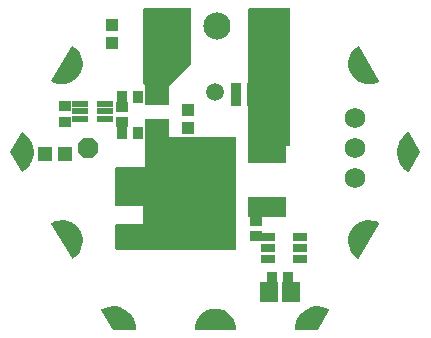
<source format=gbr>
G04 EAGLE Gerber RS-274X export*
G75*
%MOMM*%
%FSLAX34Y34*%
%LPD*%
%INSoldermask Top*%
%IPPOS*%
%AMOC8*
5,1,8,0,0,1.08239X$1,22.5*%
G01*
%ADD10R,1.003200X1.003200*%
%ADD11R,1.203200X1.303200*%
%ADD12R,3.203200X1.803200*%
%ADD13R,6.003200X6.403200*%
%ADD14R,1.371600X0.558800*%
%ADD15R,1.103200X0.903200*%
%ADD16R,2.006200X1.803200*%
%ADD17C,1.203200*%
%ADD18R,1.206500X0.753200*%
%ADD19P,1.869504X8X22.500000*%
%ADD20C,1.727200*%
%ADD21R,1.511200X1.511200*%
%ADD22C,1.511200*%
%ADD23R,0.903200X1.103200*%
%ADD24C,2.303200*%
%ADD25R,2.303200X2.303200*%
%ADD26R,1.503200X1.703200*%

G36*
X16628Y67326D02*
X16628Y67326D01*
X16747Y67333D01*
X16785Y67346D01*
X16826Y67351D01*
X16936Y67394D01*
X17049Y67431D01*
X17084Y67453D01*
X17121Y67468D01*
X17217Y67538D01*
X17318Y67601D01*
X17346Y67631D01*
X17379Y67654D01*
X17455Y67746D01*
X17536Y67833D01*
X17556Y67868D01*
X17581Y67899D01*
X17632Y68007D01*
X17690Y68111D01*
X17700Y68151D01*
X17717Y68187D01*
X17739Y68304D01*
X17769Y68419D01*
X17773Y68480D01*
X17777Y68500D01*
X17775Y68520D01*
X17779Y68580D01*
X17779Y161290D01*
X17764Y161408D01*
X17757Y161527D01*
X17744Y161565D01*
X17739Y161606D01*
X17696Y161716D01*
X17659Y161829D01*
X17637Y161864D01*
X17622Y161901D01*
X17553Y161997D01*
X17489Y162098D01*
X17459Y162126D01*
X17436Y162159D01*
X17344Y162235D01*
X17257Y162316D01*
X17222Y162336D01*
X17191Y162361D01*
X17083Y162412D01*
X16979Y162470D01*
X16939Y162480D01*
X16903Y162497D01*
X16786Y162519D01*
X16671Y162549D01*
X16611Y162553D01*
X16591Y162557D01*
X16570Y162555D01*
X16510Y162559D01*
X-58420Y162559D01*
X-58538Y162544D01*
X-58657Y162537D01*
X-58695Y162524D01*
X-58736Y162519D01*
X-58846Y162476D01*
X-58959Y162439D01*
X-58994Y162417D01*
X-59031Y162402D01*
X-59127Y162333D01*
X-59228Y162269D01*
X-59256Y162239D01*
X-59289Y162216D01*
X-59365Y162124D01*
X-59446Y162037D01*
X-59466Y162002D01*
X-59491Y161971D01*
X-59542Y161863D01*
X-59600Y161759D01*
X-59610Y161719D01*
X-59627Y161683D01*
X-59649Y161566D01*
X-59679Y161451D01*
X-59683Y161391D01*
X-59687Y161371D01*
X-59685Y161350D01*
X-59689Y161290D01*
X-59689Y137159D01*
X-83820Y137159D01*
X-83938Y137144D01*
X-84057Y137137D01*
X-84095Y137124D01*
X-84136Y137119D01*
X-84246Y137076D01*
X-84359Y137039D01*
X-84394Y137017D01*
X-84431Y137002D01*
X-84527Y136933D01*
X-84628Y136869D01*
X-84656Y136839D01*
X-84689Y136816D01*
X-84765Y136724D01*
X-84846Y136637D01*
X-84866Y136602D01*
X-84891Y136571D01*
X-84942Y136463D01*
X-85000Y136359D01*
X-85010Y136319D01*
X-85027Y136283D01*
X-85049Y136166D01*
X-85079Y136051D01*
X-85083Y135991D01*
X-85087Y135971D01*
X-85085Y135950D01*
X-85087Y135931D01*
X-85089Y135890D01*
X-85089Y105410D01*
X-85074Y105292D01*
X-85067Y105173D01*
X-85054Y105135D01*
X-85049Y105094D01*
X-85006Y104984D01*
X-84969Y104871D01*
X-84947Y104836D01*
X-84932Y104799D01*
X-84863Y104703D01*
X-84799Y104602D01*
X-84769Y104574D01*
X-84746Y104541D01*
X-84654Y104466D01*
X-84567Y104384D01*
X-84532Y104364D01*
X-84501Y104339D01*
X-84393Y104288D01*
X-84289Y104230D01*
X-84249Y104220D01*
X-84213Y104203D01*
X-84096Y104181D01*
X-83981Y104151D01*
X-83921Y104147D01*
X-83901Y104143D01*
X-83880Y104145D01*
X-83820Y104141D01*
X-60959Y104141D01*
X-60959Y88899D01*
X-83820Y88899D01*
X-83938Y88884D01*
X-84057Y88877D01*
X-84095Y88864D01*
X-84136Y88859D01*
X-84246Y88816D01*
X-84359Y88779D01*
X-84394Y88757D01*
X-84431Y88742D01*
X-84527Y88673D01*
X-84628Y88609D01*
X-84656Y88579D01*
X-84689Y88556D01*
X-84765Y88464D01*
X-84846Y88377D01*
X-84866Y88342D01*
X-84891Y88311D01*
X-84942Y88203D01*
X-85000Y88099D01*
X-85010Y88059D01*
X-85027Y88023D01*
X-85049Y87906D01*
X-85079Y87791D01*
X-85083Y87731D01*
X-85087Y87711D01*
X-85086Y87702D01*
X-85087Y87699D01*
X-85086Y87685D01*
X-85089Y87630D01*
X-85089Y68580D01*
X-85074Y68462D01*
X-85067Y68343D01*
X-85054Y68305D01*
X-85049Y68264D01*
X-85006Y68154D01*
X-84969Y68041D01*
X-84947Y68006D01*
X-84932Y67969D01*
X-84863Y67873D01*
X-84799Y67772D01*
X-84769Y67744D01*
X-84746Y67711D01*
X-84654Y67636D01*
X-84567Y67554D01*
X-84532Y67534D01*
X-84501Y67509D01*
X-84393Y67458D01*
X-84289Y67400D01*
X-84249Y67390D01*
X-84213Y67373D01*
X-84096Y67351D01*
X-83981Y67321D01*
X-83921Y67317D01*
X-83901Y67313D01*
X-83880Y67315D01*
X-83820Y67311D01*
X16510Y67311D01*
X16628Y67326D01*
G37*
G36*
X62348Y154956D02*
X62348Y154956D01*
X62467Y154963D01*
X62505Y154976D01*
X62546Y154981D01*
X62656Y155024D01*
X62769Y155061D01*
X62804Y155083D01*
X62841Y155098D01*
X62937Y155168D01*
X63038Y155231D01*
X63066Y155261D01*
X63099Y155284D01*
X63175Y155376D01*
X63256Y155463D01*
X63276Y155498D01*
X63301Y155529D01*
X63352Y155637D01*
X63410Y155741D01*
X63420Y155781D01*
X63437Y155817D01*
X63459Y155934D01*
X63489Y156049D01*
X63493Y156110D01*
X63497Y156130D01*
X63495Y156150D01*
X63499Y156210D01*
X63499Y270510D01*
X63484Y270628D01*
X63477Y270747D01*
X63464Y270785D01*
X63459Y270826D01*
X63416Y270936D01*
X63379Y271049D01*
X63357Y271084D01*
X63342Y271121D01*
X63273Y271217D01*
X63209Y271318D01*
X63179Y271346D01*
X63156Y271379D01*
X63064Y271455D01*
X62977Y271536D01*
X62942Y271556D01*
X62911Y271581D01*
X62803Y271632D01*
X62699Y271690D01*
X62659Y271700D01*
X62623Y271717D01*
X62506Y271739D01*
X62391Y271769D01*
X62331Y271773D01*
X62311Y271777D01*
X62290Y271775D01*
X62230Y271779D01*
X29210Y271779D01*
X29092Y271764D01*
X28973Y271757D01*
X28935Y271744D01*
X28894Y271739D01*
X28784Y271696D01*
X28671Y271659D01*
X28636Y271637D01*
X28599Y271622D01*
X28503Y271553D01*
X28402Y271489D01*
X28374Y271459D01*
X28341Y271436D01*
X28266Y271344D01*
X28184Y271257D01*
X28164Y271222D01*
X28139Y271191D01*
X28088Y271083D01*
X28030Y270979D01*
X28020Y270939D01*
X28003Y270903D01*
X27981Y270786D01*
X27951Y270671D01*
X27947Y270611D01*
X27943Y270591D01*
X27945Y270570D01*
X27941Y270510D01*
X27941Y156210D01*
X27956Y156092D01*
X27963Y155973D01*
X27976Y155935D01*
X27981Y155894D01*
X28024Y155784D01*
X28061Y155671D01*
X28083Y155636D01*
X28098Y155599D01*
X28168Y155503D01*
X28231Y155402D01*
X28261Y155374D01*
X28284Y155341D01*
X28376Y155266D01*
X28463Y155184D01*
X28498Y155164D01*
X28529Y155139D01*
X28637Y155088D01*
X28741Y155030D01*
X28781Y155020D01*
X28817Y155003D01*
X28934Y154981D01*
X29049Y154951D01*
X29110Y154947D01*
X29130Y154943D01*
X29150Y154945D01*
X29210Y154941D01*
X62230Y154941D01*
X62348Y154956D01*
G37*
G36*
X-40542Y204483D02*
X-40542Y204483D01*
X-40443Y204486D01*
X-40385Y204503D01*
X-40324Y204511D01*
X-40232Y204547D01*
X-40137Y204575D01*
X-40085Y204605D01*
X-40029Y204628D01*
X-39949Y204686D01*
X-39863Y204736D01*
X-39788Y204802D01*
X-39771Y204814D01*
X-39764Y204824D01*
X-39743Y204843D01*
X-20693Y223893D01*
X-20632Y223971D01*
X-20564Y224043D01*
X-20541Y224085D01*
X-20530Y224098D01*
X-20525Y224108D01*
X-20498Y224144D01*
X-20458Y224235D01*
X-20410Y224321D01*
X-20395Y224380D01*
X-20371Y224436D01*
X-20356Y224534D01*
X-20331Y224629D01*
X-20325Y224729D01*
X-20321Y224750D01*
X-20323Y224762D01*
X-20321Y224790D01*
X-20321Y270510D01*
X-20336Y270628D01*
X-20343Y270747D01*
X-20356Y270785D01*
X-20361Y270826D01*
X-20404Y270936D01*
X-20441Y271049D01*
X-20463Y271084D01*
X-20478Y271121D01*
X-20548Y271217D01*
X-20611Y271318D01*
X-20641Y271346D01*
X-20664Y271379D01*
X-20756Y271455D01*
X-20843Y271536D01*
X-20878Y271556D01*
X-20909Y271581D01*
X-21017Y271632D01*
X-21121Y271690D01*
X-21161Y271700D01*
X-21197Y271717D01*
X-21314Y271739D01*
X-21429Y271769D01*
X-21490Y271773D01*
X-21510Y271777D01*
X-21530Y271775D01*
X-21590Y271779D01*
X-59690Y271779D01*
X-59808Y271764D01*
X-59927Y271757D01*
X-59965Y271744D01*
X-60006Y271739D01*
X-60116Y271696D01*
X-60229Y271659D01*
X-60264Y271637D01*
X-60301Y271622D01*
X-60397Y271553D01*
X-60498Y271489D01*
X-60526Y271459D01*
X-60559Y271436D01*
X-60635Y271344D01*
X-60716Y271257D01*
X-60736Y271222D01*
X-60761Y271191D01*
X-60812Y271083D01*
X-60870Y270979D01*
X-60880Y270939D01*
X-60897Y270903D01*
X-60919Y270786D01*
X-60949Y270671D01*
X-60953Y270611D01*
X-60957Y270591D01*
X-60955Y270570D01*
X-60957Y270553D01*
X-60957Y270552D01*
X-60957Y270551D01*
X-60959Y270510D01*
X-60959Y208280D01*
X-60947Y208182D01*
X-60944Y208083D01*
X-60936Y208057D01*
X-60935Y208042D01*
X-60925Y208010D01*
X-60919Y207964D01*
X-60883Y207872D01*
X-60855Y207777D01*
X-60843Y207756D01*
X-60837Y207739D01*
X-60818Y207709D01*
X-60802Y207669D01*
X-60744Y207589D01*
X-60694Y207503D01*
X-60673Y207480D01*
X-60667Y207470D01*
X-60653Y207457D01*
X-60628Y207428D01*
X-60616Y207411D01*
X-60606Y207404D01*
X-60588Y207383D01*
X-58048Y204843D01*
X-57969Y204782D01*
X-57897Y204714D01*
X-57844Y204685D01*
X-57796Y204648D01*
X-57705Y204608D01*
X-57619Y204560D01*
X-57560Y204545D01*
X-57504Y204521D01*
X-57406Y204506D01*
X-57311Y204481D01*
X-57211Y204475D01*
X-57190Y204471D01*
X-57178Y204473D01*
X-57150Y204471D01*
X-40640Y204471D01*
X-40542Y204483D01*
G37*
G36*
X17029Y-633D02*
X17029Y-633D01*
X17058Y-636D01*
X17125Y-614D01*
X17195Y-600D01*
X17219Y-583D01*
X17247Y-574D01*
X17300Y-527D01*
X17359Y-487D01*
X17375Y-463D01*
X17397Y-443D01*
X17428Y-379D01*
X17466Y-320D01*
X17471Y-291D01*
X17483Y-265D01*
X17492Y-165D01*
X17499Y-123D01*
X17496Y-113D01*
X17498Y-99D01*
X17266Y2699D01*
X17256Y2733D01*
X17252Y2781D01*
X16563Y5502D01*
X16548Y5534D01*
X16536Y5580D01*
X15408Y8152D01*
X15388Y8180D01*
X15369Y8224D01*
X13833Y10575D01*
X13809Y10599D01*
X13783Y10640D01*
X11881Y12705D01*
X11853Y12726D01*
X11820Y12761D01*
X9605Y14486D01*
X9574Y14501D01*
X9536Y14531D01*
X7066Y15867D01*
X7033Y15877D01*
X6991Y15900D01*
X5805Y16308D01*
X4351Y16807D01*
X4335Y16812D01*
X4301Y16817D01*
X4255Y16832D01*
X1486Y17294D01*
X1451Y17293D01*
X1404Y17301D01*
X-1404Y17301D01*
X-1438Y17294D01*
X-1486Y17294D01*
X-4255Y16832D01*
X-4288Y16820D01*
X-4335Y16812D01*
X-6991Y15900D01*
X-7021Y15883D01*
X-7066Y15867D01*
X-9536Y14531D01*
X-9562Y14509D01*
X-9605Y14486D01*
X-11820Y12761D01*
X-11843Y12735D01*
X-11881Y12705D01*
X-13783Y10640D01*
X-13801Y10610D01*
X-13833Y10575D01*
X-15369Y8224D01*
X-15382Y8192D01*
X-15408Y8152D01*
X-16536Y5580D01*
X-16543Y5547D01*
X-16546Y5540D01*
X-16552Y5531D01*
X-16553Y5525D01*
X-16563Y5502D01*
X-17252Y2781D01*
X-17254Y2746D01*
X-17266Y2699D01*
X-17498Y-99D01*
X-17494Y-128D01*
X-17499Y-157D01*
X-17483Y-226D01*
X-17474Y-296D01*
X-17460Y-322D01*
X-17453Y-350D01*
X-17411Y-407D01*
X-17376Y-469D01*
X-17352Y-487D01*
X-17335Y-510D01*
X-17274Y-546D01*
X-17217Y-589D01*
X-17189Y-597D01*
X-17164Y-612D01*
X-17066Y-628D01*
X-17025Y-639D01*
X-17014Y-637D01*
X-17000Y-639D01*
X17000Y-639D01*
X17029Y-633D01*
G37*
G36*
X-121393Y59670D02*
X-121393Y59670D01*
X-121322Y59667D01*
X-121295Y59677D01*
X-121266Y59679D01*
X-121176Y59721D01*
X-121136Y59736D01*
X-121128Y59744D01*
X-121115Y59750D01*
X-118812Y61349D01*
X-118788Y61375D01*
X-118748Y61402D01*
X-116739Y63359D01*
X-116720Y63388D01*
X-116685Y63421D01*
X-115026Y65682D01*
X-115011Y65713D01*
X-114982Y65752D01*
X-113718Y68255D01*
X-113709Y68289D01*
X-113687Y68332D01*
X-112851Y71009D01*
X-112848Y71043D01*
X-112833Y71089D01*
X-112450Y73868D01*
X-112452Y73902D01*
X-112446Y73950D01*
X-112525Y76753D01*
X-112533Y76787D01*
X-112534Y76835D01*
X-113073Y79587D01*
X-113087Y79619D01*
X-113096Y79667D01*
X-114081Y82292D01*
X-114096Y82317D01*
X-114101Y82337D01*
X-114109Y82348D01*
X-114116Y82367D01*
X-115520Y84795D01*
X-115543Y84821D01*
X-115567Y84863D01*
X-117351Y87026D01*
X-117378Y87048D01*
X-117409Y87085D01*
X-119525Y88926D01*
X-119555Y88943D01*
X-119591Y88975D01*
X-121982Y90442D01*
X-122014Y90453D01*
X-122055Y90479D01*
X-124654Y91532D01*
X-124688Y91539D01*
X-124733Y91557D01*
X-127470Y92168D01*
X-127505Y92169D01*
X-127552Y92180D01*
X-130352Y92332D01*
X-130386Y92327D01*
X-130434Y92330D01*
X-133222Y92020D01*
X-133255Y92009D01*
X-133303Y92004D01*
X-136001Y91239D01*
X-136031Y91223D01*
X-136078Y91210D01*
X-138613Y90011D01*
X-138637Y89994D01*
X-138664Y89984D01*
X-138716Y89935D01*
X-138773Y89892D01*
X-138787Y89867D01*
X-138809Y89847D01*
X-138837Y89782D01*
X-138873Y89721D01*
X-138876Y89692D01*
X-138888Y89665D01*
X-138889Y89594D01*
X-138898Y89523D01*
X-138890Y89495D01*
X-138890Y89466D01*
X-138856Y89373D01*
X-138844Y89332D01*
X-138837Y89323D01*
X-138832Y89310D01*
X-121832Y59910D01*
X-121813Y59888D01*
X-121800Y59862D01*
X-121747Y59814D01*
X-121700Y59761D01*
X-121674Y59749D01*
X-121652Y59729D01*
X-121585Y59706D01*
X-121521Y59676D01*
X-121492Y59674D01*
X-121464Y59665D01*
X-121393Y59670D01*
G37*
G36*
X130386Y207393D02*
X130386Y207393D01*
X130434Y207390D01*
X133222Y207700D01*
X133255Y207711D01*
X133303Y207716D01*
X136001Y208481D01*
X136031Y208497D01*
X136078Y208510D01*
X138613Y209709D01*
X138637Y209726D01*
X138664Y209736D01*
X138716Y209785D01*
X138773Y209828D01*
X138787Y209853D01*
X138809Y209873D01*
X138837Y209938D01*
X138873Y210000D01*
X138876Y210028D01*
X138888Y210055D01*
X138889Y210126D01*
X138898Y210197D01*
X138890Y210225D01*
X138890Y210254D01*
X138856Y210347D01*
X138844Y210388D01*
X138837Y210397D01*
X138832Y210410D01*
X121832Y239810D01*
X121813Y239832D01*
X121800Y239858D01*
X121747Y239906D01*
X121700Y239959D01*
X121674Y239971D01*
X121652Y239991D01*
X121585Y240014D01*
X121521Y240044D01*
X121492Y240046D01*
X121464Y240055D01*
X121393Y240050D01*
X121322Y240053D01*
X121295Y240043D01*
X121266Y240041D01*
X121176Y239999D01*
X121136Y239984D01*
X121128Y239976D01*
X121115Y239970D01*
X118812Y238371D01*
X118788Y238346D01*
X118748Y238318D01*
X116739Y236361D01*
X116720Y236332D01*
X116685Y236299D01*
X115026Y234038D01*
X115011Y234007D01*
X114982Y233968D01*
X113718Y231465D01*
X113709Y231431D01*
X113687Y231388D01*
X112851Y228711D01*
X112848Y228677D01*
X112833Y228631D01*
X112450Y225852D01*
X112452Y225818D01*
X112446Y225770D01*
X112525Y222967D01*
X112533Y222933D01*
X112534Y222885D01*
X113073Y220133D01*
X113087Y220101D01*
X113096Y220053D01*
X114081Y217428D01*
X114099Y217398D01*
X114116Y217353D01*
X115520Y214925D01*
X115543Y214899D01*
X115567Y214858D01*
X117351Y212694D01*
X117378Y212672D01*
X117409Y212635D01*
X119525Y210794D01*
X119555Y210777D01*
X119591Y210746D01*
X121982Y209278D01*
X122014Y209267D01*
X122055Y209241D01*
X124654Y208188D01*
X124688Y208181D01*
X124733Y208163D01*
X127470Y207552D01*
X127505Y207551D01*
X127552Y207540D01*
X130352Y207388D01*
X130386Y207393D01*
G37*
G36*
X121426Y59671D02*
X121426Y59671D01*
X121497Y59670D01*
X121524Y59681D01*
X121553Y59685D01*
X121615Y59719D01*
X121680Y59747D01*
X121701Y59768D01*
X121726Y59782D01*
X121789Y59858D01*
X121819Y59889D01*
X121823Y59899D01*
X121832Y59910D01*
X138832Y89310D01*
X138841Y89338D01*
X138858Y89362D01*
X138873Y89431D01*
X138895Y89499D01*
X138893Y89528D01*
X138899Y89556D01*
X138886Y89626D01*
X138880Y89697D01*
X138867Y89723D01*
X138861Y89751D01*
X138821Y89810D01*
X138789Y89873D01*
X138766Y89892D01*
X138750Y89916D01*
X138668Y89973D01*
X138635Y90000D01*
X138625Y90003D01*
X138613Y90011D01*
X136078Y91210D01*
X136044Y91218D01*
X136001Y91239D01*
X133303Y92004D01*
X133268Y92006D01*
X133222Y92020D01*
X130434Y92330D01*
X130400Y92327D01*
X130352Y92332D01*
X127552Y92180D01*
X127518Y92171D01*
X127470Y92168D01*
X124733Y91557D01*
X124701Y91543D01*
X124654Y91532D01*
X122055Y90479D01*
X122026Y90460D01*
X121982Y90442D01*
X119591Y88975D01*
X119566Y88951D01*
X119525Y88926D01*
X117409Y87085D01*
X117388Y87058D01*
X117351Y87026D01*
X115567Y84863D01*
X115551Y84832D01*
X115520Y84795D01*
X114116Y82367D01*
X114105Y82334D01*
X114098Y82321D01*
X114088Y82307D01*
X114088Y82304D01*
X114081Y82292D01*
X113096Y79667D01*
X113090Y79632D01*
X113073Y79587D01*
X112534Y76835D01*
X112534Y76801D01*
X112525Y76753D01*
X112446Y73950D01*
X112452Y73916D01*
X112450Y73868D01*
X112833Y71089D01*
X112845Y71057D01*
X112851Y71009D01*
X113687Y68332D01*
X113704Y68301D01*
X113718Y68255D01*
X114982Y65752D01*
X115004Y65725D01*
X115026Y65682D01*
X116685Y63421D01*
X116711Y63398D01*
X116739Y63359D01*
X118748Y61402D01*
X118777Y61383D01*
X118812Y61349D01*
X121115Y59750D01*
X121142Y59738D01*
X121165Y59720D01*
X121233Y59699D01*
X121298Y59671D01*
X121327Y59671D01*
X121355Y59663D01*
X121426Y59671D01*
G37*
G36*
X-127552Y207540D02*
X-127552Y207540D01*
X-127518Y207549D01*
X-127470Y207552D01*
X-124733Y208163D01*
X-124701Y208177D01*
X-124654Y208188D01*
X-122055Y209241D01*
X-122026Y209260D01*
X-121982Y209278D01*
X-119591Y210746D01*
X-119566Y210769D01*
X-119525Y210794D01*
X-117409Y212635D01*
X-117388Y212662D01*
X-117351Y212694D01*
X-115567Y214858D01*
X-115551Y214888D01*
X-115520Y214925D01*
X-114116Y217353D01*
X-114105Y217386D01*
X-114081Y217428D01*
X-113096Y220053D01*
X-113090Y220088D01*
X-113073Y220133D01*
X-112534Y222885D01*
X-112534Y222920D01*
X-112525Y222967D01*
X-112446Y225770D01*
X-112452Y225804D01*
X-112450Y225852D01*
X-112833Y228631D01*
X-112845Y228663D01*
X-112851Y228711D01*
X-113687Y231388D01*
X-113704Y231419D01*
X-113718Y231465D01*
X-114982Y233968D01*
X-115004Y233995D01*
X-115026Y234038D01*
X-116685Y236299D01*
X-116711Y236322D01*
X-116739Y236361D01*
X-118748Y238318D01*
X-118777Y238337D01*
X-118812Y238371D01*
X-121115Y239970D01*
X-121142Y239982D01*
X-121165Y240000D01*
X-121233Y240021D01*
X-121298Y240049D01*
X-121327Y240049D01*
X-121355Y240057D01*
X-121426Y240049D01*
X-121497Y240050D01*
X-121524Y240039D01*
X-121553Y240035D01*
X-121615Y240001D01*
X-121680Y239973D01*
X-121701Y239952D01*
X-121726Y239938D01*
X-121789Y239862D01*
X-121819Y239831D01*
X-121823Y239821D01*
X-121832Y239810D01*
X-138832Y210410D01*
X-138841Y210382D01*
X-138858Y210358D01*
X-138873Y210289D01*
X-138895Y210221D01*
X-138893Y210192D01*
X-138899Y210164D01*
X-138886Y210094D01*
X-138880Y210023D01*
X-138867Y209997D01*
X-138861Y209969D01*
X-138821Y209910D01*
X-138789Y209847D01*
X-138766Y209828D01*
X-138750Y209804D01*
X-138668Y209747D01*
X-138635Y209720D01*
X-138625Y209717D01*
X-138613Y209709D01*
X-136078Y208510D01*
X-136044Y208502D01*
X-136001Y208481D01*
X-133303Y207716D01*
X-133268Y207714D01*
X-133222Y207700D01*
X-130434Y207390D01*
X-130400Y207393D01*
X-130352Y207388D01*
X-127552Y207540D01*
G37*
G36*
X163727Y132871D02*
X163727Y132871D01*
X163798Y132871D01*
X163825Y132882D01*
X163854Y132885D01*
X163916Y132920D01*
X163981Y132948D01*
X164002Y132968D01*
X164027Y132983D01*
X164090Y133060D01*
X164120Y133090D01*
X164124Y133100D01*
X164133Y133111D01*
X173633Y149611D01*
X173643Y149643D01*
X173652Y149656D01*
X173656Y149680D01*
X173657Y149684D01*
X173688Y149754D01*
X173688Y149778D01*
X173696Y149800D01*
X173690Y149876D01*
X173691Y149953D01*
X173681Y149977D01*
X173680Y149998D01*
X173659Y150037D01*
X173633Y150109D01*
X164133Y166609D01*
X164114Y166631D01*
X164101Y166657D01*
X164048Y166705D01*
X164001Y166758D01*
X163975Y166771D01*
X163954Y166790D01*
X163886Y166813D01*
X163822Y166844D01*
X163793Y166846D01*
X163766Y166855D01*
X163694Y166850D01*
X163623Y166853D01*
X163596Y166843D01*
X163567Y166841D01*
X163477Y166799D01*
X163437Y166784D01*
X163429Y166777D01*
X163416Y166771D01*
X160893Y165029D01*
X160869Y165005D01*
X160831Y164978D01*
X158619Y162854D01*
X158600Y162826D01*
X158566Y162794D01*
X156724Y160343D01*
X156710Y160312D01*
X156681Y160275D01*
X155256Y157560D01*
X155247Y157529D01*
X155231Y157504D01*
X155230Y157496D01*
X155225Y157486D01*
X154254Y154578D01*
X154250Y154544D01*
X154235Y154500D01*
X153743Y151473D01*
X153744Y151439D01*
X153736Y151393D01*
X153736Y148327D01*
X153737Y148323D01*
X153737Y148321D01*
X153743Y148294D01*
X153743Y148247D01*
X154235Y145220D01*
X154247Y145189D01*
X154254Y145142D01*
X155225Y142234D01*
X155242Y142205D01*
X155256Y142160D01*
X156681Y139445D01*
X156703Y139419D01*
X156724Y139377D01*
X158566Y136926D01*
X158591Y136903D01*
X158619Y136866D01*
X160831Y134742D01*
X160859Y134724D01*
X160893Y134691D01*
X163416Y132949D01*
X163443Y132938D01*
X163465Y132919D01*
X163534Y132899D01*
X163599Y132871D01*
X163628Y132871D01*
X163656Y132863D01*
X163727Y132871D01*
G37*
G36*
X-163694Y132870D02*
X-163694Y132870D01*
X-163623Y132867D01*
X-163596Y132877D01*
X-163567Y132879D01*
X-163477Y132921D01*
X-163437Y132936D01*
X-163429Y132943D01*
X-163416Y132949D01*
X-160893Y134691D01*
X-160869Y134715D01*
X-160831Y134742D01*
X-158619Y136866D01*
X-158600Y136894D01*
X-158566Y136926D01*
X-156724Y139377D01*
X-156710Y139408D01*
X-156681Y139445D01*
X-155256Y142160D01*
X-155247Y142193D01*
X-155225Y142234D01*
X-154254Y145142D01*
X-154250Y145176D01*
X-154235Y145220D01*
X-153743Y148247D01*
X-153744Y148281D01*
X-153736Y148327D01*
X-153736Y151393D01*
X-153743Y151426D01*
X-153743Y151473D01*
X-154235Y154500D01*
X-154247Y154531D01*
X-154254Y154578D01*
X-155225Y157486D01*
X-155238Y157509D01*
X-155244Y157534D01*
X-155251Y157543D01*
X-155256Y157560D01*
X-156681Y160275D01*
X-156703Y160301D01*
X-156724Y160343D01*
X-158566Y162794D01*
X-158591Y162817D01*
X-158619Y162854D01*
X-160831Y164978D01*
X-160859Y164996D01*
X-160893Y165029D01*
X-163416Y166771D01*
X-163443Y166782D01*
X-163465Y166801D01*
X-163534Y166821D01*
X-163599Y166849D01*
X-163628Y166849D01*
X-163656Y166857D01*
X-163727Y166849D01*
X-163798Y166850D01*
X-163825Y166838D01*
X-163854Y166835D01*
X-163916Y166800D01*
X-163981Y166772D01*
X-164002Y166752D01*
X-164027Y166737D01*
X-164090Y166660D01*
X-164120Y166630D01*
X-164124Y166620D01*
X-164133Y166609D01*
X-173633Y150109D01*
X-173657Y150036D01*
X-173688Y149966D01*
X-173688Y149942D01*
X-173696Y149920D01*
X-173690Y149844D01*
X-173691Y149767D01*
X-173681Y149743D01*
X-173680Y149722D01*
X-173659Y149683D01*
X-173640Y149631D01*
X-173639Y149625D01*
X-173637Y149623D01*
X-173633Y149611D01*
X-164133Y133111D01*
X-164114Y133089D01*
X-164101Y133063D01*
X-164048Y133015D01*
X-164001Y132962D01*
X-163975Y132949D01*
X-163954Y132930D01*
X-163886Y132907D01*
X-163822Y132876D01*
X-163793Y132875D01*
X-163766Y132865D01*
X-163694Y132870D01*
G37*
G36*
X86676Y-624D02*
X86676Y-624D01*
X86754Y-615D01*
X86773Y-604D01*
X86795Y-600D01*
X86859Y-556D01*
X86927Y-517D01*
X86943Y-498D01*
X86959Y-487D01*
X86983Y-449D01*
X87033Y-389D01*
X96533Y16111D01*
X96542Y16138D01*
X96558Y16162D01*
X96573Y16232D01*
X96596Y16300D01*
X96593Y16328D01*
X96599Y16356D01*
X96586Y16427D01*
X96580Y16498D01*
X96567Y16523D01*
X96561Y16551D01*
X96521Y16611D01*
X96488Y16674D01*
X96466Y16692D01*
X96450Y16716D01*
X96367Y16774D01*
X96335Y16801D01*
X96324Y16804D01*
X96314Y16811D01*
X93548Y18120D01*
X93515Y18128D01*
X93472Y18148D01*
X90532Y18996D01*
X90498Y18999D01*
X90454Y19012D01*
X87416Y19377D01*
X87382Y19374D01*
X87335Y19380D01*
X84278Y19253D01*
X84245Y19245D01*
X84198Y19244D01*
X81201Y18628D01*
X81170Y18615D01*
X81124Y18606D01*
X78264Y17517D01*
X78236Y17499D01*
X78192Y17483D01*
X75544Y15949D01*
X75518Y15927D01*
X75478Y15904D01*
X73110Y13966D01*
X73088Y13939D01*
X73052Y13910D01*
X71025Y11617D01*
X71009Y11588D01*
X70977Y11553D01*
X69345Y8965D01*
X69333Y8933D01*
X69308Y8894D01*
X68112Y6077D01*
X68105Y6044D01*
X68102Y6037D01*
X68098Y6031D01*
X68097Y6025D01*
X68086Y6001D01*
X67358Y3029D01*
X67356Y2995D01*
X67345Y2950D01*
X67102Y-100D01*
X67106Y-129D01*
X67101Y-157D01*
X67118Y-226D01*
X67126Y-298D01*
X67141Y-322D01*
X67147Y-350D01*
X67190Y-408D01*
X67226Y-470D01*
X67248Y-487D01*
X67265Y-510D01*
X67327Y-547D01*
X67384Y-590D01*
X67412Y-597D01*
X67436Y-612D01*
X67536Y-628D01*
X67577Y-639D01*
X67587Y-637D01*
X67600Y-639D01*
X86600Y-639D01*
X86676Y-624D01*
G37*
G36*
X-67572Y-634D02*
X-67572Y-634D01*
X-67544Y-636D01*
X-67476Y-614D01*
X-67405Y-600D01*
X-67382Y-584D01*
X-67355Y-575D01*
X-67300Y-528D01*
X-67241Y-487D01*
X-67226Y-463D01*
X-67205Y-445D01*
X-67173Y-380D01*
X-67134Y-320D01*
X-67129Y-292D01*
X-67117Y-266D01*
X-67108Y-165D01*
X-67101Y-123D01*
X-67103Y-113D01*
X-67102Y-100D01*
X-67345Y2950D01*
X-67354Y2982D01*
X-67358Y3029D01*
X-68086Y6001D01*
X-68101Y6032D01*
X-68112Y6077D01*
X-69308Y8894D01*
X-69327Y8922D01*
X-69345Y8965D01*
X-70977Y11553D01*
X-71001Y11577D01*
X-71025Y11617D01*
X-73052Y13910D01*
X-73079Y13930D01*
X-73110Y13966D01*
X-75478Y15904D01*
X-75508Y15920D01*
X-75544Y15949D01*
X-78192Y17483D01*
X-78224Y17493D01*
X-78264Y17517D01*
X-81124Y18606D01*
X-81157Y18611D01*
X-81201Y18628D01*
X-84198Y19244D01*
X-84232Y19244D01*
X-84278Y19253D01*
X-87335Y19380D01*
X-87369Y19375D01*
X-87416Y19377D01*
X-90454Y19012D01*
X-90486Y19001D01*
X-90532Y18996D01*
X-93472Y18148D01*
X-93502Y18132D01*
X-93548Y18120D01*
X-96314Y16811D01*
X-96336Y16794D01*
X-96363Y16784D01*
X-96415Y16735D01*
X-96473Y16692D01*
X-96487Y16667D01*
X-96508Y16648D01*
X-96537Y16582D01*
X-96573Y16520D01*
X-96576Y16492D01*
X-96588Y16466D01*
X-96589Y16394D01*
X-96598Y16323D01*
X-96590Y16296D01*
X-96591Y16267D01*
X-96555Y16172D01*
X-96544Y16132D01*
X-96537Y16123D01*
X-96533Y16111D01*
X-87033Y-389D01*
X-86981Y-448D01*
X-86935Y-510D01*
X-86916Y-521D01*
X-86901Y-538D01*
X-86831Y-572D01*
X-86764Y-612D01*
X-86740Y-616D01*
X-86722Y-624D01*
X-86677Y-626D01*
X-86600Y-639D01*
X-67600Y-639D01*
X-67572Y-634D01*
G37*
D10*
X-22860Y185300D03*
X-22860Y170300D03*
D11*
X-127390Y148590D03*
X-144390Y148590D03*
D12*
X43860Y103505D03*
X43860Y149225D03*
D13*
X-27940Y126365D03*
D14*
X-114300Y191008D03*
X-114300Y184404D03*
X-114300Y177800D03*
X-93472Y177800D03*
X-93472Y184404D03*
X-93472Y191008D03*
D15*
X-127000Y175745D03*
X-127000Y188745D03*
D16*
X-49530Y198310D03*
X-49530Y169870D03*
D17*
X165200Y149860D03*
X82600Y6760D03*
X-82600Y6760D03*
X-165200Y149860D03*
X123900Y221360D03*
X123900Y78360D03*
X0Y6760D03*
X-123900Y78360D03*
X-123900Y221360D03*
D10*
X-87630Y242690D03*
X-87630Y257690D03*
D15*
X34290Y91590D03*
X34290Y78590D03*
D18*
X71946Y59080D03*
X71946Y68580D03*
X71946Y78080D03*
X44894Y78080D03*
X44894Y68580D03*
X44894Y59080D03*
D19*
X-107950Y153670D03*
D20*
X118110Y179070D03*
X118110Y153670D03*
X118110Y128270D03*
D21*
X49530Y200660D03*
D22*
X-470Y200660D03*
D23*
X17630Y203200D03*
X30630Y203200D03*
X17630Y194310D03*
X30630Y194310D03*
X61110Y43180D03*
X48110Y43180D03*
X-78890Y166370D03*
X-65890Y166370D03*
X-78890Y196850D03*
X-65890Y196850D03*
D15*
X-78740Y175110D03*
X-78740Y188110D03*
D24*
X1270Y256540D03*
D25*
X51270Y256540D03*
D24*
X-48730Y256540D03*
D26*
X45110Y31750D03*
X64110Y31750D03*
M02*

</source>
